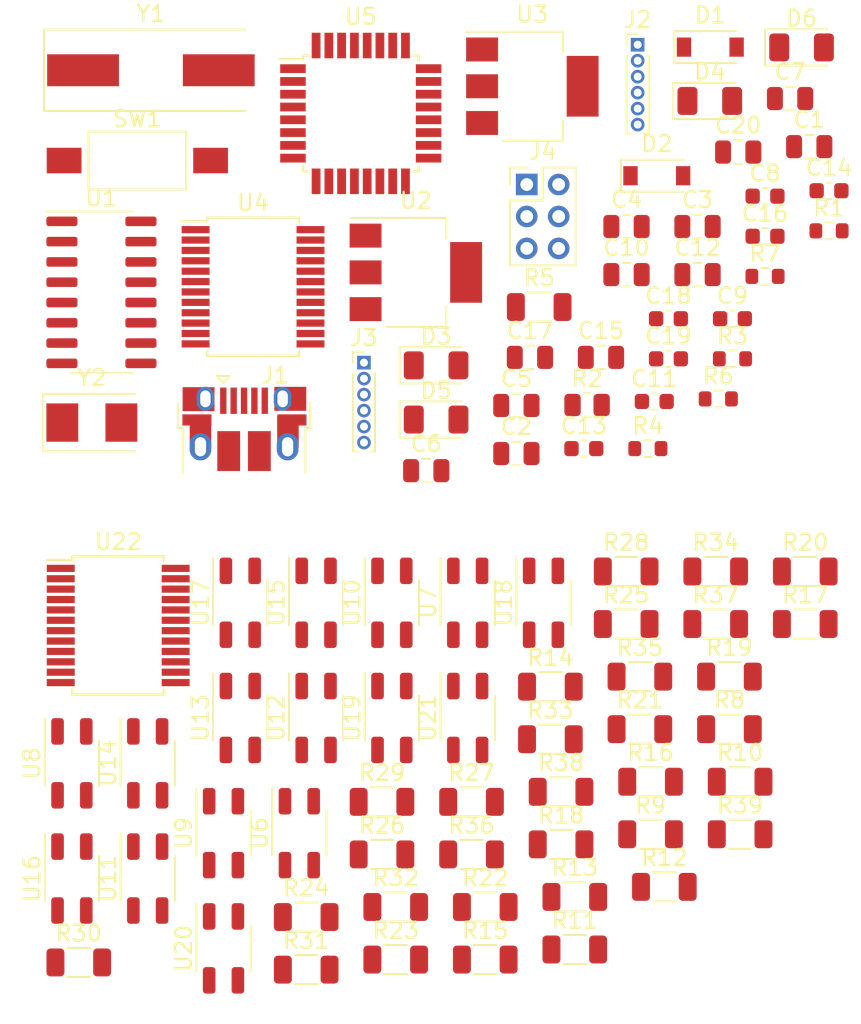
<source format=kicad_pcb>
(kicad_pcb (version 20171130) (host pcbnew 5.1.9-73d0e3b20d~88~ubuntu18.04.1)
  (layers (0 F.Cu signal) (31 B.Cu signal) (34 B.Paste user) (35 F.Paste user) (36 B.SilkS user) (37 F.SilkS user) (38 B.Mask user) (39 F.Mask user) (44 Edge.Cuts user))
  (net 0 "")
  (net 1 GND)
  (net 2 "Net-(C1-Pad1)")
  (net 3 "Net-(C2-Pad1)")
  (net 4 "Net-(C3-Pad1)")
  (net 5 "Net-(C4-Pad1)")
  (net 6 +5V)
  (net 7 +3V3)
  (net 8 VCC)
  (net 9 "Net-(C14-Pad2)")
  (net 10 DTR)
  (net 11 RESET)
  (net 12 XTAL1)
  (net 13 XTAL2)
  (net 14 "Net-(D3-Pad1)")
  (net 15 "Net-(D4-Pad1)")
  (net 16 "Net-(D5-Pad2)")
  (net 17 TX)
  (net 18 "Net-(D6-Pad2)")
  (net 19 "Net-(D6-Pad1)")
  (net 20 "Net-(J1-Pad1)")
  (net 21 USBDM)
  (net 22 USBDP)
  (net 23 "Net-(J1-Pad4)")
  (net 24 ENCA1)
  (net 25 ENCA2)
  (net 26 AO2)
  (net 27 AO1)
  (net 28 BO1)
  (net 29 BO2)
  (net 30 ENCB2)
  (net 31 ENCB1)
  (net 32 D12)
  (net 33 D13)
  (net 34 D11)
  (net 35 RX)
  (net 36 "Net-(R4-Pad2)")
  (net 37 "Net-(R8-Pad1)")
  (net 38 "Net-(R9-Pad1)")
  (net 39 "Net-(R10-Pad1)")
  (net 40 "Net-(R11-Pad1)")
  (net 41 "Net-(R12-Pad1)")
  (net 42 "Net-(R13-Pad1)")
  (net 43 ls0)
  (net 44 ls1)
  (net 45 ls2)
  (net 46 ls3)
  (net 47 ls4)
  (net 48 ls5)
  (net 49 "Net-(R20-Pad1)")
  (net 50 "Net-(R21-Pad1)")
  (net 51 "Net-(R22-Pad1)")
  (net 52 "Net-(R23-Pad1)")
  (net 53 "Net-(R24-Pad1)")
  (net 54 "Net-(R25-Pad1)")
  (net 55 ls7)
  (net 56 ls8)
  (net 57 ls9)
  (net 58 ls10)
  (net 59 ls11)
  (net 60 ls12)
  (net 61 "Net-(R32-Pad1)")
  (net 62 "Net-(R33-Pad1)")
  (net 63 "Net-(R34-Pad1)")
  (net 64 "Net-(R35-Pad1)")
  (net 65 ls14)
  (net 66 ls15)
  (net 67 ls13)
  (net 68 ls6)
  (net 69 "Net-(U1-Pad9)")
  (net 70 "Net-(U1-Pad10)")
  (net 71 "Net-(U1-Pad11)")
  (net 72 "Net-(U1-Pad12)")
  (net 73 "Net-(U1-Pad14)")
  (net 74 "Net-(U1-Pad15)")
  (net 75 PWMA)
  (net 76 AIN2)
  (net 77 AIN1)
  (net 78 BIN1)
  (net 79 BIN2)
  (net 80 PWMB)
  (net 81 "Net-(U5-Pad19)")
  (net 82 "Net-(U5-Pad22)")
  (net 83 MUX_S0)
  (net 84 MUX_S1)
  (net 85 MUX_S2)
  (net 86 MUX_S3)
  (net 87 MUX_COM)
  (module Capacitor_SMD:C_0805_2012Metric (layer F.Cu) (at 68.395001 28.995001)
    (fp_text reference C1 (at 0 -1.68) (layer F.SilkS))
    (fp_text value 30p)
    (pad 2 smd roundrect (at 0.95 0) (size 1 1.45) (layers F.Cu F.Paste F.Mask) (net 1 GND))
    (pad 1 smd roundrect (at -0.95 0) (size 1 1.45) (layers F.Cu F.Paste F.Mask) (net 2 "Net-(C1-Pad1)"))
  )
  (module Capacitor_SMD:C_0805_2012Metric (layer F.Cu) (at 50.045001 48.205001)
    (fp_text reference C2 (at 0 -1.68) (layer F.SilkS))
    (fp_text value 30p)
    (pad 1 smd roundrect (at -0.95 0) (size 1 1.45) (layers F.Cu F.Paste F.Mask) (net 3 "Net-(C2-Pad1)"))
    (pad 2 smd roundrect (at 0.95 0) (size 1 1.45) (layers F.Cu F.Paste F.Mask) (net 1 GND))
  )
  (module Capacitor_SMD:C_0805_2012Metric (layer F.Cu) (at 61.395001 33.995001)
    (fp_text reference C3 (at 0 -1.68) (layer F.SilkS))
    (fp_text value 10u)
    (pad 2 smd roundrect (at 0.95 0) (size 1 1.45) (layers F.Cu F.Paste F.Mask) (net 1 GND))
    (pad 1 smd roundrect (at -0.95 0) (size 1 1.45) (layers F.Cu F.Paste F.Mask) (net 4 "Net-(C3-Pad1)"))
  )
  (module Capacitor_SMD:C_0805_2012Metric (layer F.Cu) (at 56.945001 33.995001)
    (fp_text reference C4 (at 0 -1.68) (layer F.SilkS))
    (fp_text value 10u)
    (pad 2 smd roundrect (at 0.95 0) (size 1 1.45) (layers F.Cu F.Paste F.Mask) (net 1 GND))
    (pad 1 smd roundrect (at -0.95 0) (size 1 1.45) (layers F.Cu F.Paste F.Mask) (net 5 "Net-(C4-Pad1)"))
  )
  (module Capacitor_SMD:C_0805_2012Metric (layer F.Cu) (at 50.045001 45.195001)
    (fp_text reference C5 (at 0 -1.68) (layer F.SilkS))
    (fp_text value 10u)
    (pad 2 smd roundrect (at 0.95 0) (size 1 1.45) (layers F.Cu F.Paste F.Mask) (net 1 GND))
    (pad 1 smd roundrect (at -0.95 0) (size 1 1.45) (layers F.Cu F.Paste F.Mask) (net 6 +5V))
  )
  (module Capacitor_SMD:C_0805_2012Metric (layer F.Cu) (at 44.395001 49.275001)
    (fp_text reference C6 (at 0 -1.68) (layer F.SilkS))
    (fp_text value 10u)
    (pad 1 smd roundrect (at -0.95 0) (size 1 1.45) (layers F.Cu F.Paste F.Mask) (net 6 +5V))
    (pad 2 smd roundrect (at 0.95 0) (size 1 1.45) (layers F.Cu F.Paste F.Mask) (net 1 GND))
  )
  (module Capacitor_SMD:C_0805_2012Metric (layer F.Cu) (at 67.195001 25.985001)
    (fp_text reference C7 (at 0 -1.68) (layer F.SilkS))
    (fp_text value 10u)
    (pad 1 smd roundrect (at -0.95 0) (size 1 1.45) (layers F.Cu F.Paste F.Mask) (net 7 +3V3))
    (pad 2 smd roundrect (at 0.95 0) (size 1 1.45) (layers F.Cu F.Paste F.Mask) (net 1 GND))
  )
  (module Capacitor_SMD:C_0603_1608Metric (layer F.Cu) (at 65.625001 32.095001)
    (fp_text reference C8 (at 0 -1.43) (layer F.SilkS))
    (fp_text value 100n)
    (pad 2 smd roundrect (at 0.775 0) (size 0.9 0.95) (layers F.Cu F.Paste F.Mask) (net 1 GND))
    (pad 1 smd roundrect (at -0.775 0) (size 0.9 0.95) (layers F.Cu F.Paste F.Mask) (net 6 +5V))
  )
  (module Capacitor_SMD:C_0603_1608Metric (layer F.Cu) (at 63.585001 39.765001)
    (fp_text reference C9 (at 0 -1.43) (layer F.SilkS))
    (fp_text value 100n)
    (pad 1 smd roundrect (at -0.775 0) (size 0.9 0.95) (layers F.Cu F.Paste F.Mask) (net 6 +5V))
    (pad 2 smd roundrect (at 0.775 0) (size 0.9 0.95) (layers F.Cu F.Paste F.Mask) (net 1 GND))
  )
  (module Capacitor_SMD:C_0805_2012Metric (layer F.Cu) (at 56.945001 37.005001)
    (fp_text reference C10 (at 0 -1.68) (layer F.SilkS))
    (fp_text value 10u)
    (pad 1 smd roundrect (at -0.95 0) (size 1 1.45) (layers F.Cu F.Paste F.Mask) (net 6 +5V))
    (pad 2 smd roundrect (at 0.95 0) (size 1 1.45) (layers F.Cu F.Paste F.Mask) (net 1 GND))
  )
  (module Capacitor_SMD:C_0603_1608Metric (layer F.Cu) (at 58.685001 44.945001)
    (fp_text reference C11 (at 0 -1.43) (layer F.SilkS))
    (fp_text value 100n)
    (pad 1 smd roundrect (at -0.775 0) (size 0.9 0.95) (layers F.Cu F.Paste F.Mask) (net 6 +5V))
    (pad 2 smd roundrect (at 0.775 0) (size 0.9 0.95) (layers F.Cu F.Paste F.Mask) (net 1 GND))
  )
  (module Capacitor_SMD:C_0805_2012Metric (layer F.Cu) (at 61.395001 37.005001)
    (fp_text reference C12 (at 0 -1.68) (layer F.SilkS))
    (fp_text value 10u)
    (pad 2 smd roundrect (at 0.95 0) (size 1 1.45) (layers F.Cu F.Paste F.Mask) (net 1 GND))
    (pad 1 smd roundrect (at -0.95 0) (size 1 1.45) (layers F.Cu F.Paste F.Mask) (net 8 VCC))
  )
  (module Capacitor_SMD:C_0603_1608Metric (layer F.Cu) (at 54.275001 47.895001)
    (fp_text reference C13 (at 0 -1.43) (layer F.SilkS))
    (fp_text value 100n)
    (pad 1 smd roundrect (at -0.775 0) (size 0.9 0.95) (layers F.Cu F.Paste F.Mask) (net 8 VCC))
    (pad 2 smd roundrect (at 0.775 0) (size 0.9 0.95) (layers F.Cu F.Paste F.Mask) (net 1 GND))
  )
  (module Capacitor_SMD:C_0603_1608Metric (layer F.Cu) (at 69.635001 31.755001)
    (fp_text reference C14 (at 0 -1.43) (layer F.SilkS))
    (fp_text value 100n)
    (pad 1 smd roundrect (at -0.775 0) (size 0.9 0.95) (layers F.Cu F.Paste F.Mask) (net 1 GND))
    (pad 2 smd roundrect (at 0.775 0) (size 0.9 0.95) (layers F.Cu F.Paste F.Mask) (net 9 "Net-(C14-Pad2)"))
  )
  (module Capacitor_SMD:C_0805_2012Metric (layer F.Cu) (at 55.345001 42.185001)
    (fp_text reference C15 (at 0 -1.68) (layer F.SilkS))
    (fp_text value 10u)
    (pad 1 smd roundrect (at -0.95 0) (size 1 1.45) (layers F.Cu F.Paste F.Mask) (net 1 GND))
    (pad 2 smd roundrect (at 0.95 0) (size 1 1.45) (layers F.Cu F.Paste F.Mask) (net 6 +5V))
  )
  (module Capacitor_SMD:C_0603_1608Metric (layer F.Cu) (at 65.625001 34.605001)
    (fp_text reference C16 (at 0 -1.43) (layer F.SilkS))
    (fp_text value 100n)
    (pad 2 smd roundrect (at 0.775 0) (size 0.9 0.95) (layers F.Cu F.Paste F.Mask) (net 10 DTR))
    (pad 1 smd roundrect (at -0.775 0) (size 0.9 0.95) (layers F.Cu F.Paste F.Mask) (net 11 RESET))
  )
  (module Capacitor_SMD:C_0805_2012Metric (layer F.Cu) (at 50.895001 42.185001)
    (fp_text reference C17 (at 0 -1.68) (layer F.SilkS))
    (fp_text value 30p)
    (pad 2 smd roundrect (at 0.95 0) (size 1 1.45) (layers F.Cu F.Paste F.Mask) (net 12 XTAL1))
    (pad 1 smd roundrect (at -0.95 0) (size 1 1.45) (layers F.Cu F.Paste F.Mask) (net 1 GND))
  )
  (module Capacitor_SMD:C_0603_1608Metric (layer F.Cu) (at 59.575001 39.765001)
    (fp_text reference C18 (at 0 -1.43) (layer F.SilkS))
    (fp_text value 100n)
    (pad 2 smd roundrect (at 0.775 0) (size 0.9 0.95) (layers F.Cu F.Paste F.Mask) (net 6 +5V))
    (pad 1 smd roundrect (at -0.775 0) (size 0.9 0.95) (layers F.Cu F.Paste F.Mask) (net 1 GND))
  )
  (module Capacitor_SMD:C_0603_1608Metric (layer F.Cu) (at 59.575001 42.275001)
    (fp_text reference C19 (at 0 -1.43) (layer F.SilkS))
    (fp_text value 100n)
    (pad 2 smd roundrect (at 0.775 0) (size 0.9 0.95) (layers F.Cu F.Paste F.Mask) (net 6 +5V))
    (pad 1 smd roundrect (at -0.775 0) (size 0.9 0.95) (layers F.Cu F.Paste F.Mask) (net 1 GND))
  )
  (module Capacitor_SMD:C_0805_2012Metric (layer F.Cu) (at 63.945001 29.335001)
    (fp_text reference C20 (at 0 -1.68) (layer F.SilkS))
    (fp_text value 30p)
    (pad 1 smd roundrect (at -0.95 0) (size 1 1.45) (layers F.Cu F.Paste F.Mask) (net 1 GND))
    (pad 2 smd roundrect (at 0.95 0) (size 1 1.45) (layers F.Cu F.Paste F.Mask) (net 13 XTAL2))
  )
  (module Diode_SMD:D_SOD-123 (layer F.Cu) (at 62.195001 22.765001)
    (fp_text reference D1 (at 0 -2) (layer F.SilkS))
    (fp_text value B5819W)
    (pad 1 smd rect (at -1.65 0) (size 0.9 1.2) (layers F.Cu F.Paste F.Mask) (net 4 "Net-(C3-Pad1)"))
    (pad 2 smd rect (at 1.65 0) (size 0.9 1.2) (layers F.Cu F.Paste F.Mask) (net 8 VCC))
  )
  (module Diode_SMD:D_SOD-123 (layer F.Cu) (at 58.845001 30.815001)
    (fp_text reference D2 (at 0 -2) (layer F.SilkS))
    (fp_text value B5819W)
    (pad 2 smd rect (at 1.65 0) (size 0.9 1.2) (layers F.Cu F.Paste F.Mask) (net 8 VCC))
    (pad 1 smd rect (at -1.65 0) (size 0.9 1.2) (layers F.Cu F.Paste F.Mask) (net 5 "Net-(C4-Pad1)"))
  )
  (module LED_SMD:LED_1206_3216Metric (layer F.Cu) (at 45.015001 42.685001)
    (fp_text reference D3 (at 0 -1.82) (layer F.SilkS))
    (fp_text value Red)
    (pad 1 smd roundrect (at -1.4 0) (size 1.25 1.75) (layers F.Cu F.Paste F.Mask) (roundrect_rratio 0.2) (net 14 "Net-(D3-Pad1)"))
    (pad 2 smd roundrect (at 1.4 0) (size 1.25 1.75) (layers F.Cu F.Paste F.Mask) (roundrect_rratio 0.2) (net 6 +5V))
  )
  (module LED_SMD:LED_1206_3216Metric (layer F.Cu) (at 62.165001 26.135001)
    (fp_text reference D4 (at 0 -1.82) (layer F.SilkS))
    (fp_text value Red)
    (pad 1 smd roundrect (at -1.4 0) (size 1.25 1.75) (layers F.Cu F.Paste F.Mask) (roundrect_rratio 0.2) (net 15 "Net-(D4-Pad1)"))
    (pad 2 smd roundrect (at 1.4 0) (size 1.25 1.75) (layers F.Cu F.Paste F.Mask) (roundrect_rratio 0.2) (net 7 +3V3))
  )
  (module LED_SMD:LED_1206_3216Metric (layer F.Cu) (at 45.015001 46.075001)
    (fp_text reference D5 (at 0 -1.82) (layer F.SilkS))
    (fp_text value Red)
    (pad 2 smd roundrect (at 1.4 0) (size 1.25 1.75) (layers F.Cu F.Paste F.Mask) (roundrect_rratio 0.2) (net 16 "Net-(D5-Pad2)"))
    (pad 1 smd roundrect (at -1.4 0) (size 1.25 1.75) (layers F.Cu F.Paste F.Mask) (roundrect_rratio 0.2) (net 17 TX))
  )
  (module LED_SMD:LED_1206_3216Metric (layer F.Cu) (at 67.915001 22.785001)
    (fp_text reference D6 (at 0 -1.82) (layer F.SilkS))
    (fp_text value Red)
    (pad 2 smd roundrect (at 1.4 0) (size 1.25 1.75) (layers F.Cu F.Paste F.Mask) (roundrect_rratio 0.2) (net 18 "Net-(D6-Pad2)"))
    (pad 1 smd roundrect (at -1.4 0) (size 1.25 1.75) (layers F.Cu F.Paste F.Mask) (roundrect_rratio 0.2) (net 19 "Net-(D6-Pad1)"))
  )
  (module Connector_USB:USB_Micro-B_Amphenol_10103594-0001LF_Horizontal (layer F.Cu) (at 33.005001 46.665001)
    (fp_text reference J1 (at 1.925 -3.365) (layer F.SilkS))
    (fp_text value USB_B_Micro)
    (pad 6 smd rect (at 2.725 0.185) (size 1.35 2) (layers F.Cu F.Paste F.Mask) (net 1 GND))
    (pad 6 smd rect (at -2.755 0.185) (size 1.35 2) (layers F.Cu F.Paste F.Mask) (net 1 GND))
    (pad 6 smd rect (at -2.975 -0.565) (size 1.825 0.7) (layers F.Cu F.Paste F.Mask) (net 1 GND))
    (pad 6 smd rect (at 2.975 -0.565) (size 1.825 0.7) (layers F.Cu F.Paste F.Mask) (net 1 GND))
    (pad 6 smd rect (at -2.875 -1.865) (size 2 1.5) (layers F.Cu F.Paste F.Mask) (net 1 GND))
    (pad 6 smd rect (at 2.875 -1.885) (size 2 1.5) (layers F.Cu F.Paste F.Mask) (net 1 GND))
    (pad 1 smd rect (at -1.325 -1.765 90) (size 1.65 0.4) (layers F.Cu F.Paste F.Mask) (net 20 "Net-(J1-Pad1)"))
    (pad 2 smd rect (at -0.675 -1.765 90) (size 1.65 0.4) (layers F.Cu F.Paste F.Mask) (net 21 USBDM))
    (pad 3 smd rect (at -0.025 -1.765 90) (size 1.65 0.4) (layers F.Cu F.Paste F.Mask) (net 22 USBDP))
    (pad 4 smd rect (at 0.625 -1.765 90) (size 1.65 0.4) (layers F.Cu F.Paste F.Mask) (net 23 "Net-(J1-Pad4)"))
    (pad 5 smd rect (at 1.275 -1.765 90) (size 1.65 0.4) (layers F.Cu F.Paste F.Mask) (net 1 GND))
    (pad 6 thru_hole oval (at -2.445 -1.885 90) (size 1.5 1.1) (drill oval 1.05 0.65) (layers *.Cu *.Mask) (net 1 GND))
    (pad 6 thru_hole oval (at 2.395 -1.885 90) (size 1.5 1.1) (drill oval 1.05 0.65) (layers *.Cu *.Mask) (net 1 GND))
    (pad 6 thru_hole oval (at -2.755 1.115 90) (size 1.7 1.35) (drill oval 1.2 0.7) (layers *.Cu *.Mask) (net 1 GND))
    (pad 6 thru_hole oval (at 2.705 1.115 90) (size 1.7 1.35) (drill oval 1.2 0.7) (layers *.Cu *.Mask) (net 1 GND))
    (pad 6 smd rect (at -0.985 1.385 90) (size 2.5 1.43) (layers F.Cu F.Paste F.Mask) (net 1 GND))
    (pad 6 smd rect (at 0.935 1.385 90) (size 2.5 1.43) (layers F.Cu F.Paste F.Mask) (net 1 GND))
  )
  (module Connector_PinHeader_1.00mm:PinHeader_1x06_P1.00mm_Vertical (layer F.Cu) (at 57.645001 22.615001)
    (fp_text reference J2 (at 0 -1.56) (layer F.SilkS))
    (fp_text value Conn_MotorA)
    (pad 1 thru_hole rect (at 0 0) (size 0.85 0.85) (drill 0.5) (layers *.Cu *.Mask) (net 1 GND))
    (pad 2 thru_hole oval (at 0 1) (size 0.85 0.85) (drill 0.5) (layers *.Cu *.Mask) (net 24 ENCA1))
    (pad 3 thru_hole oval (at 0 2) (size 0.85 0.85) (drill 0.5) (layers *.Cu *.Mask) (net 25 ENCA2))
    (pad 4 thru_hole oval (at 0 3) (size 0.85 0.85) (drill 0.5) (layers *.Cu *.Mask) (net 6 +5V))
    (pad 5 thru_hole oval (at 0 4) (size 0.85 0.85) (drill 0.5) (layers *.Cu *.Mask) (net 26 AO2))
    (pad 6 thru_hole oval (at 0 5) (size 0.85 0.85) (drill 0.5) (layers *.Cu *.Mask) (net 27 AO1))
  )
  (module Connector_PinHeader_1.00mm:PinHeader_1x06_P1.00mm_Vertical (layer F.Cu) (at 40.495001 42.515001)
    (fp_text reference J3 (at 0 -1.56) (layer F.SilkS))
    (fp_text value Conn_MotorB)
    (pad 6 thru_hole oval (at 0 5) (size 0.85 0.85) (drill 0.5) (layers *.Cu *.Mask) (net 28 BO1))
    (pad 5 thru_hole oval (at 0 4) (size 0.85 0.85) (drill 0.5) (layers *.Cu *.Mask) (net 29 BO2))
    (pad 4 thru_hole oval (at 0 3) (size 0.85 0.85) (drill 0.5) (layers *.Cu *.Mask) (net 6 +5V))
    (pad 3 thru_hole oval (at 0 2) (size 0.85 0.85) (drill 0.5) (layers *.Cu *.Mask) (net 30 ENCB2))
    (pad 2 thru_hole oval (at 0 1) (size 0.85 0.85) (drill 0.5) (layers *.Cu *.Mask) (net 31 ENCB1))
    (pad 1 thru_hole rect (at 0 0) (size 0.85 0.85) (drill 0.5) (layers *.Cu *.Mask) (net 1 GND))
  )
  (module Connector_PinHeader_2.00mm:PinHeader_2x03_P2.00mm_Vertical (layer F.Cu) (at 50.695001 31.365001)
    (fp_text reference J4 (at 1 -2.06) (layer F.SilkS))
    (fp_text value ICSP)
    (pad 1 thru_hole rect (at 0 0) (size 1.35 1.35) (drill 0.8) (layers *.Cu *.Mask) (net 32 D12))
    (pad 2 thru_hole oval (at 2 0) (size 1.35 1.35) (drill 0.8) (layers *.Cu *.Mask) (net 6 +5V))
    (pad 3 thru_hole oval (at 0 2) (size 1.35 1.35) (drill 0.8) (layers *.Cu *.Mask) (net 33 D13))
    (pad 4 thru_hole oval (at 2 2) (size 1.35 1.35) (drill 0.8) (layers *.Cu *.Mask) (net 34 D11))
    (pad 5 thru_hole oval (at 0 4) (size 1.35 1.35) (drill 0.8) (layers *.Cu *.Mask) (net 11 RESET))
    (pad 6 thru_hole oval (at 2 4) (size 1.35 1.35) (drill 0.8) (layers *.Cu *.Mask) (net 1 GND))
  )
  (module Resistor_SMD:R_0603_1608Metric (layer F.Cu) (at 69.635001 34.265001)
    (fp_text reference R1 (at 0 -1.43) (layer F.SilkS))
    (fp_text value 120)
    (pad 1 smd roundrect (at -0.825 0) (size 0.8 0.95) (layers F.Cu F.Paste F.Mask) (net 14 "Net-(D3-Pad1)"))
    (pad 2 smd roundrect (at 0.825 0) (size 0.8 0.95) (layers F.Cu F.Paste F.Mask) (net 1 GND))
  )
  (module Resistor_SMD:R_0805_2012Metric (layer F.Cu) (at 54.475001 45.165001)
    (fp_text reference R2 (at 0 -1.65) (layer F.SilkS))
    (fp_text value 51)
    (pad 1 smd roundrect (at -0.9125 0) (size 1.025 1.4) (layers F.Cu F.Paste F.Mask) (roundrect_rratio 0.243902) (net 15 "Net-(D4-Pad1)"))
    (pad 2 smd roundrect (at 0.9125 0) (size 1.025 1.4) (layers F.Cu F.Paste F.Mask) (roundrect_rratio 0.243902) (net 1 GND))
  )
  (module Resistor_SMD:R_0603_1608Metric (layer F.Cu) (at 63.585001 42.275001)
    (fp_text reference R3 (at 0 -1.43) (layer F.SilkS))
    (fp_text value 1k)
    (pad 2 smd roundrect (at 0.825 0) (size 0.8 0.95) (layers F.Cu F.Paste F.Mask) (net 19 "Net-(D6-Pad1)"))
    (pad 1 smd roundrect (at -0.825 0) (size 0.8 0.95) (layers F.Cu F.Paste F.Mask) (net 35 RX))
  )
  (module Resistor_SMD:R_0603_1608Metric (layer F.Cu) (at 58.285001 47.895001)
    (fp_text reference R4 (at 0 -1.43) (layer F.SilkS))
    (fp_text value 1k)
    (pad 1 smd roundrect (at -0.825 0) (size 0.8 0.95) (layers F.Cu F.Paste F.Mask) (net 17 TX))
    (pad 2 smd roundrect (at 0.825 0) (size 0.8 0.95) (layers F.Cu F.Paste F.Mask) (net 36 "Net-(R4-Pad2)"))
  )
  (module Resistor_SMD:R_1206_3216Metric (layer F.Cu) (at 51.475001 39.035001)
    (fp_text reference R5 (at 0 -1.82) (layer F.SilkS))
    (fp_text value 10k)
    (pad 2 smd roundrect (at 1.4625 0) (size 1.125 1.75) (layers F.Cu F.Paste F.Mask) (roundrect_rratio 0.222222) (net 11 RESET))
    (pad 1 smd roundrect (at -1.4625 0) (size 1.125 1.75) (layers F.Cu F.Paste F.Mask) (roundrect_rratio 0.222222) (net 6 +5V))
  )
  (module Resistor_SMD:R_0603_1608Metric (layer F.Cu) (at 62.695001 44.785001)
    (fp_text reference R6 (at 0 -1.43) (layer F.SilkS))
    (fp_text value 120)
    (pad 1 smd roundrect (at -0.825 0) (size 0.8 0.95) (layers F.Cu F.Paste F.Mask) (net 6 +5V))
    (pad 2 smd roundrect (at 0.825 0) (size 0.8 0.95) (layers F.Cu F.Paste F.Mask) (net 16 "Net-(D5-Pad2)"))
  )
  (module Resistor_SMD:R_0603_1608Metric (layer F.Cu) (at 65.625001 37.115001)
    (fp_text reference R7 (at 0 -1.43) (layer F.SilkS))
    (fp_text value 120)
    (pad 2 smd roundrect (at 0.825 0) (size 0.8 0.95) (layers F.Cu F.Paste F.Mask) (net 18 "Net-(D6-Pad2)"))
    (pad 1 smd roundrect (at -0.825 0) (size 0.8 0.95) (layers F.Cu F.Paste F.Mask) (net 6 +5V))
  )
  (module Resistor_SMD:R_1206_3216Metric (layer F.Cu) (at 63.395001 65.455001)
    (fp_text reference R8 (at 0 -1.82) (layer F.SilkS))
    (fp_text value 100)
    (pad 1 smd roundrect (at -1.4625 0) (size 1.125 1.75) (layers F.Cu F.Paste F.Mask) (roundrect_rratio 0.222222) (net 37 "Net-(R8-Pad1)"))
    (pad 2 smd roundrect (at 1.4625 0) (size 1.125 1.75) (layers F.Cu F.Paste F.Mask) (roundrect_rratio 0.222222) (net 6 +5V))
  )
  (module Resistor_SMD:R_1206_3216Metric (layer F.Cu) (at 58.455001 72.035001)
    (fp_text reference R9 (at 0 -1.82) (layer F.SilkS))
    (fp_text value 100)
    (pad 2 smd roundrect (at 1.4625 0) (size 1.125 1.75) (layers F.Cu F.Paste F.Mask) (roundrect_rratio 0.222222) (net 6 +5V))
    (pad 1 smd roundrect (at -1.4625 0) (size 1.125 1.75) (layers F.Cu F.Paste F.Mask) (roundrect_rratio 0.222222) (net 38 "Net-(R9-Pad1)"))
  )
  (module Resistor_SMD:R_1206_3216Metric (layer F.Cu) (at 64.065001 68.745001)
    (fp_text reference R10 (at 0 -1.82) (layer F.SilkS))
    (fp_text value 100)
    (pad 2 smd roundrect (at 1.4625 0) (size 1.125 1.75) (layers F.Cu F.Paste F.Mask) (roundrect_rratio 0.222222) (net 6 +5V))
    (pad 1 smd roundrect (at -1.4625 0) (size 1.125 1.75) (layers F.Cu F.Paste F.Mask) (roundrect_rratio 0.222222) (net 39 "Net-(R10-Pad1)"))
  )
  (module Resistor_SMD:R_1206_3216Metric (layer F.Cu) (at 53.705001 79.245001)
    (fp_text reference R11 (at 0 -1.82) (layer F.SilkS))
    (fp_text value 100)
    (pad 1 smd roundrect (at -1.4625 0) (size 1.125 1.75) (layers F.Cu F.Paste F.Mask) (roundrect_rratio 0.222222) (net 40 "Net-(R11-Pad1)"))
    (pad 2 smd roundrect (at 1.4625 0) (size 1.125 1.75) (layers F.Cu F.Paste F.Mask) (roundrect_rratio 0.222222) (net 6 +5V))
  )
  (module Resistor_SMD:R_1206_3216Metric (layer F.Cu) (at 59.315001 75.325001)
    (fp_text reference R12 (at 0 -1.82) (layer F.SilkS))
    (fp_text value 100)
    (pad 1 smd roundrect (at -1.4625 0) (size 1.125 1.75) (layers F.Cu F.Paste F.Mask) (roundrect_rratio 0.222222) (net 41 "Net-(R12-Pad1)"))
    (pad 2 smd roundrect (at 1.4625 0) (size 1.125 1.75) (layers F.Cu F.Paste F.Mask) (roundrect_rratio 0.222222) (net 6 +5V))
  )
  (module Resistor_SMD:R_1206_3216Metric (layer F.Cu) (at 53.705001 75.955001)
    (fp_text reference R13 (at 0 -1.82) (layer F.SilkS))
    (fp_text value 100)
    (pad 2 smd roundrect (at 1.4625 0) (size 1.125 1.75) (layers F.Cu F.Paste F.Mask) (roundrect_rratio 0.222222) (net 6 +5V))
    (pad 1 smd roundrect (at -1.4625 0) (size 1.125 1.75) (layers F.Cu F.Paste F.Mask) (roundrect_rratio 0.222222) (net 42 "Net-(R13-Pad1)"))
  )
  (module Resistor_SMD:R_1206_3216Metric (layer F.Cu) (at 52.175001 62.795001)
    (fp_text reference R14 (at 0 -1.82) (layer F.SilkS))
    (fp_text value 10k)
    (pad 1 smd roundrect (at -1.4625 0) (size 1.125 1.75) (layers F.Cu F.Paste F.Mask) (roundrect_rratio 0.222222) (net 6 +5V))
    (pad 2 smd roundrect (at 1.4625 0) (size 1.125 1.75) (layers F.Cu F.Paste F.Mask) (roundrect_rratio 0.222222) (net 43 ls0))
  )
  (module Resistor_SMD:R_1206_3216Metric (layer F.Cu) (at 48.095001 79.875001)
    (fp_text reference R15 (at 0 -1.82) (layer F.SilkS))
    (fp_text value 10k)
    (pad 1 smd roundrect (at -1.4625 0) (size 1.125 1.75) (layers F.Cu F.Paste F.Mask) (roundrect_rratio 0.222222) (net 6 +5V))
    (pad 2 smd roundrect (at 1.4625 0) (size 1.125 1.75) (layers F.Cu F.Paste F.Mask) (roundrect_rratio 0.222222) (net 44 ls1))
  )
  (module Resistor_SMD:R_1206_3216Metric (layer F.Cu) (at 58.455001 68.745001)
    (fp_text reference R16 (at 0 -1.82) (layer F.SilkS))
    (fp_text value 10k)
    (pad 1 smd roundrect (at -1.4625 0) (size 1.125 1.75) (layers F.Cu F.Paste F.Mask) (roundrect_rratio 0.222222) (net 6 +5V))
    (pad 2 smd roundrect (at 1.4625 0) (size 1.125 1.75) (layers F.Cu F.Paste F.Mask) (roundrect_rratio 0.222222) (net 45 ls2))
  )
  (module Resistor_SMD:R_1206_3216Metric (layer F.Cu) (at 68.145001 58.875001)
    (fp_text reference R17 (at 0 -1.82) (layer F.SilkS))
    (fp_text value 10k)
    (pad 2 smd roundrect (at 1.4625 0) (size 1.125 1.75) (layers F.Cu F.Paste F.Mask) (roundrect_rratio 0.222222) (net 46 ls3))
    (pad 1 smd roundrect (at -1.4625 0) (size 1.125 1.75) (layers F.Cu F.Paste F.Mask) (roundrect_rratio 0.222222) (net 6 +5V))
  )
  (module Resistor_SMD:R_1206_3216Metric (layer F.Cu) (at 52.845001 72.665001)
    (fp_text reference R18 (at 0 -1.82) (layer F.SilkS))
    (fp_text value 10k)
    (pad 2 smd roundrect (at 1.4625 0) (size 1.125 1.75) (layers F.Cu F.Paste F.Mask) (roundrect_rratio 0.222222) (net 47 ls4))
    (pad 1 smd roundrect (at -1.4625 0) (size 1.125 1.75) (layers F.Cu F.Paste F.Mask) (roundrect_rratio 0.222222) (net 6 +5V))
  )
  (module Resistor_SMD:R_1206_3216Metric (layer F.Cu) (at 63.395001 62.165001)
    (fp_text reference R19 (at 0 -1.82) (layer F.SilkS))
    (fp_text value 10k)
    (pad 1 smd roundrect (at -1.4625 0) (size 1.125 1.75) (layers F.Cu F.Paste F.Mask) (roundrect_rratio 0.222222) (net 6 +5V))
    (pad 2 smd roundrect (at 1.4625 0) (size 1.125 1.75) (layers F.Cu F.Paste F.Mask) (roundrect_rratio 0.222222) (net 48 ls5))
  )
  (module Resistor_SMD:R_1206_3216Metric (layer F.Cu) (at 68.145001 55.585001)
    (fp_text reference R20 (at 0 -1.82) (layer F.SilkS))
    (fp_text value 100)
    (pad 1 smd roundrect (at -1.4625 0) (size 1.125 1.75) (layers F.Cu F.Paste F.Mask) (roundrect_rratio 0.222222) (net 49 "Net-(R20-Pad1)"))
    (pad 2 smd roundrect (at 1.4625 0) (size 1.125 1.75) (layers F.Cu F.Paste F.Mask) (roundrect_rratio 0.222222) (net 6 +5V))
  )
  (module Resistor_SMD:R_1206_3216Metric (layer F.Cu) (at 57.785001 65.455001)
    (fp_text reference R21 (at 0 -1.82) (layer F.SilkS))
    (fp_text value 100)
    (pad 1 smd roundrect (at -1.4625 0) (size 1.125 1.75) (layers F.Cu F.Paste F.Mask) (roundrect_rratio 0.222222) (net 50 "Net-(R21-Pad1)"))
    (pad 2 smd roundrect (at 1.4625 0) (size 1.125 1.75) (layers F.Cu F.Paste F.Mask) (roundrect_rratio 0.222222) (net 6 +5V))
  )
  (module Resistor_SMD:R_1206_3216Metric (layer F.Cu) (at 48.095001 76.585001)
    (fp_text reference R22 (at 0 -1.82) (layer F.SilkS))
    (fp_text value 100)
    (pad 2 smd roundrect (at 1.4625 0) (size 1.125 1.75) (layers F.Cu F.Paste F.Mask) (roundrect_rratio 0.222222) (net 6 +5V))
    (pad 1 smd roundrect (at -1.4625 0) (size 1.125 1.75) (layers F.Cu F.Paste F.Mask) (roundrect_rratio 0.222222) (net 51 "Net-(R22-Pad1)"))
  )
  (module Resistor_SMD:R_1206_3216Metric (layer F.Cu) (at 42.485001 79.875001)
    (fp_text reference R23 (at 0 -1.82) (layer F.SilkS))
    (fp_text value 100)
    (pad 2 smd roundrect (at 1.4625 0) (size 1.125 1.75) (layers F.Cu F.Paste F.Mask) (roundrect_rratio 0.222222) (net 6 +5V))
    (pad 1 smd roundrect (at -1.4625 0) (size 1.125 1.75) (layers F.Cu F.Paste F.Mask) (roundrect_rratio 0.222222) (net 52 "Net-(R23-Pad1)"))
  )
  (module Resistor_SMD:R_1206_3216Metric (layer F.Cu) (at 36.875001 77.215001)
    (fp_text reference R24 (at 0 -1.82) (layer F.SilkS))
    (fp_text value 100)
    (pad 2 smd roundrect (at 1.4625 0) (size 1.125 1.75) (layers F.Cu F.Paste F.Mask) (roundrect_rratio 0.222222) (net 6 +5V))
    (pad 1 smd roundrect (at -1.4625 0) (size 1.125 1.75) (layers F.Cu F.Paste F.Mask) (roundrect_rratio 0.222222) (net 53 "Net-(R24-Pad1)"))
  )
  (module Resistor_SMD:R_1206_3216Metric (layer F.Cu) (at 56.925001 58.875001)
    (fp_text reference R25 (at 0 -1.82) (layer F.SilkS))
    (fp_text value 100)
    (pad 2 smd roundrect (at 1.4625 0) (size 1.125 1.75) (layers F.Cu F.Paste F.Mask) (roundrect_rratio 0.222222) (net 6 +5V))
    (pad 1 smd roundrect (at -1.4625 0) (size 1.125 1.75) (layers F.Cu F.Paste F.Mask) (roundrect_rratio 0.222222) (net 54 "Net-(R25-Pad1)"))
  )
  (module Resistor_SMD:R_1206_3216Metric (layer F.Cu) (at 41.625001 73.295001)
    (fp_text reference R26 (at 0 -1.82) (layer F.SilkS))
    (fp_text value 10k)
    (pad 2 smd roundrect (at 1.4625 0) (size 1.125 1.75) (layers F.Cu F.Paste F.Mask) (roundrect_rratio 0.222222) (net 55 ls7))
    (pad 1 smd roundrect (at -1.4625 0) (size 1.125 1.75) (layers F.Cu F.Paste F.Mask) (roundrect_rratio 0.222222) (net 6 +5V))
  )
  (module Resistor_SMD:R_1206_3216Metric (layer F.Cu) (at 47.235001 70.005001)
    (fp_text reference R27 (at 0 -1.82) (layer F.SilkS))
    (fp_text value 10k)
    (pad 2 smd roundrect (at 1.4625 0) (size 1.125 1.75) (layers F.Cu F.Paste F.Mask) (roundrect_rratio 0.222222) (net 56 ls8))
    (pad 1 smd roundrect (at -1.4625 0) (size 1.125 1.75) (layers F.Cu F.Paste F.Mask) (roundrect_rratio 0.222222) (net 6 +5V))
  )
  (module Resistor_SMD:R_1206_3216Metric (layer F.Cu) (at 56.925001 55.585001)
    (fp_text reference R28 (at 0 -1.82) (layer F.SilkS))
    (fp_text value 10k)
    (pad 1 smd roundrect (at -1.4625 0) (size 1.125 1.75) (layers F.Cu F.Paste F.Mask) (roundrect_rratio 0.222222) (net 6 +5V))
    (pad 2 smd roundrect (at 1.4625 0) (size 1.125 1.75) (layers F.Cu F.Paste F.Mask) (roundrect_rratio 0.222222) (net 57 ls9))
  )
  (module Resistor_SMD:R_1206_3216Metric (layer F.Cu) (at 41.625001 70.005001)
    (fp_text reference R29 (at 0 -1.82) (layer F.SilkS))
    (fp_text value 10k)
    (pad 1 smd roundrect (at -1.4625 0) (size 1.125 1.75) (layers F.Cu F.Paste F.Mask) (roundrect_rratio 0.222222) (net 6 +5V))
    (pad 2 smd roundrect (at 1.4625 0) (size 1.125 1.75) (layers F.Cu F.Paste F.Mask) (roundrect_rratio 0.222222) (net 58 ls10))
  )
  (module Resistor_SMD:R_1206_3216Metric (layer F.Cu) (at 22.625001 80.055001)
    (fp_text reference R30 (at 0 -1.82) (layer F.SilkS))
    (fp_text value 10k)
    (pad 1 smd roundrect (at -1.4625 0) (size 1.125 1.75) (layers F.Cu F.Paste F.Mask) (roundrect_rratio 0.222222) (net 6 +5V))
    (pad 2 smd roundrect (at 1.4625 0) (size 1.125 1.75) (layers F.Cu F.Paste F.Mask) (roundrect_rratio 0.222222) (net 59 ls11))
  )
  (module Resistor_SMD:R_1206_3216Metric (layer F.Cu) (at 36.875001 80.505001)
    (fp_text reference R31 (at 0 -1.82) (layer F.SilkS))
    (fp_text value 10k)
    (pad 1 smd roundrect (at -1.4625 0) (size 1.125 1.75) (layers F.Cu F.Paste F.Mask) (roundrect_rratio 0.222222) (net 6 +5V))
    (pad 2 smd roundrect (at 1.4625 0) (size 1.125 1.75) (layers F.Cu F.Paste F.Mask) (roundrect_rratio 0.222222) (net 60 ls12))
  )
  (module Resistor_SMD:R_1206_3216Metric (layer F.Cu) (at 42.485001 76.585001)
    (fp_text reference R32 (at 0 -1.82) (layer F.SilkS))
    (fp_text value 100)
    (pad 2 smd roundrect (at 1.4625 0) (size 1.125 1.75) (layers F.Cu F.Paste F.Mask) (roundrect_rratio 0.222222) (net 6 +5V))
    (pad 1 smd roundrect (at -1.4625 0) (size 1.125 1.75) (layers F.Cu F.Paste F.Mask) (roundrect_rratio 0.222222) (net 61 "Net-(R32-Pad1)"))
  )
  (module Resistor_SMD:R_1206_3216Metric (layer F.Cu) (at 52.175001 66.085001)
    (fp_text reference R33 (at 0 -1.82) (layer F.SilkS))
    (fp_text value 100)
    (pad 1 smd roundrect (at -1.4625 0) (size 1.125 1.75) (layers F.Cu F.Paste F.Mask) (roundrect_rratio 0.222222) (net 62 "Net-(R33-Pad1)"))
    (pad 2 smd roundrect (at 1.4625 0) (size 1.125 1.75) (layers F.Cu F.Paste F.Mask) (roundrect_rratio 0.222222) (net 6 +5V))
  )
  (module Resistor_SMD:R_1206_3216Metric (layer F.Cu) (at 62.535001 55.585001)
    (fp_text reference R34 (at 0 -1.82) (layer F.SilkS))
    (fp_text value 100)
    (pad 2 smd roundrect (at 1.4625 0) (size 1.125 1.75) (layers F.Cu F.Paste F.Mask) (roundrect_rratio 0.222222) (net 6 +5V))
    (pad 1 smd roundrect (at -1.4625 0) (size 1.125 1.75) (layers F.Cu F.Paste F.Mask) (roundrect_rratio 0.222222) (net 63 "Net-(R34-Pad1)"))
  )
  (module Resistor_SMD:R_1206_3216Metric (layer F.Cu) (at 57.785001 62.165001)
    (fp_text reference R35 (at 0 -1.82) (layer F.SilkS))
    (fp_text value 100)
    (pad 1 smd roundrect (at -1.4625 0) (size 1.125 1.75) (layers F.Cu F.Paste F.Mask) (roundrect_rratio 0.222222) (net 64 "Net-(R35-Pad1)"))
    (pad 2 smd roundrect (at 1.4625 0) (size 1.125 1.75) (layers F.Cu F.Paste F.Mask) (roundrect_rratio 0.222222) (net 6 +5V))
  )
  (module Resistor_SMD:R_1206_3216Metric (layer F.Cu) (at 47.235001 73.295001)
    (fp_text reference R36 (at 0 -1.82) (layer F.SilkS))
    (fp_text value 10k)
    (pad 2 smd roundrect (at 1.4625 0) (size 1.125 1.75) (layers F.Cu F.Paste F.Mask) (roundrect_rratio 0.222222) (net 65 ls14))
    (pad 1 smd roundrect (at -1.4625 0) (size 1.125 1.75) (layers F.Cu F.Paste F.Mask) (roundrect_rratio 0.222222) (net 6 +5V))
  )
  (module Resistor_SMD:R_1206_3216Metric (layer F.Cu) (at 62.535001 58.875001)
    (fp_text reference R37 (at 0 -1.82) (layer F.SilkS))
    (fp_text value 10k)
    (pad 2 smd roundrect (at 1.4625 0) (size 1.125 1.75) (layers F.Cu F.Paste F.Mask) (roundrect_rratio 0.222222) (net 66 ls15))
    (pad 1 smd roundrect (at -1.4625 0) (size 1.125 1.75) (layers F.Cu F.Paste F.Mask) (roundrect_rratio 0.222222) (net 6 +5V))
  )
  (module Resistor_SMD:R_1206_3216Metric (layer F.Cu) (at 52.845001 69.375001)
    (fp_text reference R38 (at 0 -1.82) (layer F.SilkS))
    (fp_text value 10k)
    (pad 1 smd roundrect (at -1.4625 0) (size 1.125 1.75) (layers F.Cu F.Paste F.Mask) (roundrect_rratio 0.222222) (net 6 +5V))
    (pad 2 smd roundrect (at 1.4625 0) (size 1.125 1.75) (layers F.Cu F.Paste F.Mask) (roundrect_rratio 0.222222) (net 67 ls13))
  )
  (module Resistor_SMD:R_1206_3216Metric (layer F.Cu) (at 64.065001 72.035001)
    (fp_text reference R39 (at 0 -1.82) (layer F.SilkS))
    (fp_text value 10k)
    (pad 1 smd roundrect (at -1.4625 0) (size 1.125 1.75) (layers F.Cu F.Paste F.Mask) (roundrect_rratio 0.222222) (net 6 +5V))
    (pad 2 smd roundrect (at 1.4625 0) (size 1.125 1.75) (layers F.Cu F.Paste F.Mask) (roundrect_rratio 0.222222) (net 68 ls6))
  )
  (module Button_Switch_SMD:SW_SPST_FSMSM (layer F.Cu) (at 26.295001 29.865001)
    (fp_text reference SW1 (at 0 -2.6) (layer F.SilkS))
    (fp_text value SW_Push)
    (pad 1 smd rect (at -4.59 0) (size 2.18 1.6) (layers F.Cu F.Paste F.Mask) (net 11 RESET))
    (pad 2 smd rect (at 4.59 0) (size 2.18 1.6) (layers F.Cu F.Paste F.Mask) (net 1 GND))
  )
  (module Package_SO:SOIC-16_3.9x9.9mm_P1.27mm (layer F.Cu) (at 24.045001 38.115001)
    (fp_text reference U1 (at 0 -5.9) (layer F.SilkS))
    (fp_text value CH340G)
    (pad 1 smd roundrect (at -2.475 -4.445) (size 1.95 0.6) (layers F.Cu F.Paste F.Mask) (net 1 GND))
    (pad 2 smd roundrect (at -2.475 -3.175) (size 1.95 0.6) (layers F.Cu F.Paste F.Mask) (net 17 TX))
    (pad 3 smd roundrect (at -2.475 -1.905) (size 1.95 0.6) (layers F.Cu F.Paste F.Mask) (net 35 RX))
    (pad 4 smd roundrect (at -2.475 -0.635) (size 1.95 0.6) (layers F.Cu F.Paste F.Mask) (net 6 +5V))
    (pad 5 smd roundrect (at -2.475 0.635) (size 1.95 0.6) (layers F.Cu F.Paste F.Mask) (net 22 USBDP))
    (pad 6 smd roundrect (at -2.475 1.905) (size 1.95 0.6) (layers F.Cu F.Paste F.Mask) (net 21 USBDM))
    (pad 7 smd roundrect (at -2.475 3.175) (size 1.95 0.6) (layers F.Cu F.Paste F.Mask) (net 2 "Net-(C1-Pad1)"))
    (pad 8 smd roundrect (at -2.475 4.445) (size 1.95 0.6) (layers F.Cu F.Paste F.Mask) (net 3 "Net-(C2-Pad1)"))
    (pad 9 smd roundrect (at 2.475 4.445) (size 1.95 0.6) (layers F.Cu F.Paste F.Mask) (net 69 "Net-(U1-Pad9)"))
    (pad 10 smd roundrect (at 2.475 3.175) (size 1.95 0.6) (layers F.Cu F.Paste F.Mask) (net 70 "Net-(U1-Pad10)"))
    (pad 11 smd roundrect (at 2.475 1.905) (size 1.95 0.6) (layers F.Cu F.Paste F.Mask) (net 71 "Net-(U1-Pad11)"))
    (pad 12 smd roundrect (at 2.475 0.635) (size 1.95 0.6) (layers F.Cu F.Paste F.Mask) (net 72 "Net-(U1-Pad12)"))
    (pad 13 smd roundrect (at 2.475 -0.635) (size 1.95 0.6) (layers F.Cu F.Paste F.Mask) (net 10 DTR))
    (pad 14 smd roundrect (at 2.475 -1.905) (size 1.95 0.6) (layers F.Cu F.Paste F.Mask) (net 73 "Net-(U1-Pad14)"))
    (pad 15 smd roundrect (at 2.475 -3.175) (size 1.95 0.6) (layers F.Cu F.Paste F.Mask) (net 74 "Net-(U1-Pad15)"))
    (pad 16 smd roundrect (at 2.475 -4.445) (size 1.95 0.6) (layers F.Cu F.Paste F.Mask) (net 6 +5V))
  )
  (module Package_TO_SOT_SMD:SOT-223-3_TabPin2 (layer F.Cu) (at 43.745001 36.865001)
    (fp_text reference U2 (at 0 -4.5) (layer F.SilkS))
    (fp_text value AMS1117-5.0)
    (pad 1 smd rect (at -3.15 -2.3) (size 2 1.5) (layers F.Cu F.Paste F.Mask) (net 1 GND))
    (pad 3 smd rect (at -3.15 2.3) (size 2 1.5) (layers F.Cu F.Paste F.Mask) (net 4 "Net-(C3-Pad1)"))
    (pad 2 smd rect (at -3.15 0) (size 2 1.5) (layers F.Cu F.Paste F.Mask) (net 6 +5V))
    (pad 2 smd rect (at 3.15 0) (size 2 3.8) (layers F.Cu F.Paste F.Mask) (net 6 +5V))
  )
  (module Package_TO_SOT_SMD:SOT-223-3_TabPin2 (layer F.Cu) (at 51.045001 25.215001)
    (fp_text reference U3 (at 0 -4.5) (layer F.SilkS))
    (fp_text value AMS1117-3.3)
    (pad 2 smd rect (at 3.15 0) (size 2 3.8) (layers F.Cu F.Paste F.Mask) (net 7 +3V3))
    (pad 2 smd rect (at -3.15 0) (size 2 1.5) (layers F.Cu F.Paste F.Mask) (net 7 +3V3))
    (pad 3 smd rect (at -3.15 2.3) (size 2 1.5) (layers F.Cu F.Paste F.Mask) (net 5 "Net-(C4-Pad1)"))
    (pad 1 smd rect (at -3.15 -2.3) (size 2 1.5) (layers F.Cu F.Paste F.Mask) (net 1 GND))
  )
  (module Package_SO:SSOP-24_5.3x8.2mm_P0.65mm (layer F.Cu) (at 33.545001 37.765001)
    (fp_text reference U4 (at 0 -5.25) (layer F.SilkS))
    (fp_text value TB6612FNG)
    (pad 24 smd rect (at 3.6 -3.575) (size 1.75 0.45) (layers F.Cu F.Paste F.Mask) (net 8 VCC))
    (pad 23 smd rect (at 3.6 -2.925) (size 1.75 0.45) (layers F.Cu F.Paste F.Mask) (net 75 PWMA))
    (pad 22 smd rect (at 3.6 -2.275) (size 1.75 0.45) (layers F.Cu F.Paste F.Mask) (net 76 AIN2))
    (pad 21 smd rect (at 3.6 -1.625) (size 1.75 0.45) (layers F.Cu F.Paste F.Mask) (net 77 AIN1))
    (pad 20 smd rect (at 3.6 -0.975) (size 1.75 0.45) (layers F.Cu F.Paste F.Mask) (net 6 +5V))
    (pad 19 smd rect (at 3.6 -0.325) (size 1.75 0.45) (layers F.Cu F.Paste F.Mask) (net 6 +5V))
    (pad 18 smd rect (at 3.6 0.325) (size 1.75 0.45) (layers F.Cu F.Paste F.Mask) (net 1 GND))
    (pad 17 smd rect (at 3.6 0.975) (size 1.75 0.45) (layers F.Cu F.Paste F.Mask) (net 78 BIN1))
    (pad 16 smd rect (at 3.6 1.625) (size 1.75 0.45) (layers F.Cu F.Paste F.Mask) (net 79 BIN2))
    (pad 15 smd rect (at 3.6 2.275) (size 1.75 0.45) (layers F.Cu F.Paste F.Mask) (net 80 PWMB))
    (pad 14 smd rect (at 3.6 2.925) (size 1.75 0.45) (layers F.Cu F.Paste F.Mask) (net 8 VCC))
    (pad 13 smd rect (at 3.6 3.575) (size 1.75 0.45) (layers F.Cu F.Paste F.Mask) (net 8 VCC))
    (pad 12 smd rect (at -3.6 3.575) (size 1.75 0.45) (layers F.Cu F.Paste F.Mask) (net 28 BO1))
    (pad 11 smd rect (at -3.6 2.925) (size 1.75 0.45) (layers F.Cu F.Paste F.Mask) (net 28 BO1))
    (pad 10 smd rect (at -3.6 2.275) (size 1.75 0.45) (layers F.Cu F.Paste F.Mask) (net 1 GND))
    (pad 9 smd rect (at -3.6 1.625) (size 1.75 0.45) (layers F.Cu F.Paste F.Mask) (net 1 GND))
    (pad 8 smd rect (at -3.6 0.975) (size 1.75 0.45) (layers F.Cu F.Paste F.Mask) (net 29 BO2))
    (pad 7 smd rect (at -3.6 0.325) (size 1.75 0.45) (layers F.Cu F.Paste F.Mask) (net 29 BO2))
    (pad 6 smd rect (at -3.6 -0.325) (size 1.75 0.45) (layers F.Cu F.Paste F.Mask) (net 26 AO2))
    (pad 5 smd rect (at -3.6 -0.975) (size 1.75 0.45) (layers F.Cu F.Paste F.Mask) (net 26 AO2))
    (pad 4 smd rect (at -3.6 -1.625) (size 1.75 0.45) (layers F.Cu F.Paste F.Mask) (net 1 GND))
    (pad 3 smd rect (at -3.6 -2.275) (size 1.75 0.45) (layers F.Cu F.Paste F.Mask) (net 1 GND))
    (pad 2 smd rect (at -3.6 -2.925) (size 1.75 0.45) (layers F.Cu F.Paste F.Mask) (net 27 AO1))
    (pad 1 smd rect (at -3.6 -3.575) (size 1.75 0.45) (layers F.Cu F.Paste F.Mask) (net 27 AO1))
  )
  (module Package_QFP:TQFP-32_7x7mm_P0.8mm (layer F.Cu) (at 40.295001 26.915001)
    (fp_text reference U5 (at 0 -6.05) (layer F.SilkS))
    (fp_text value ATmega328P-AU)
    (pad 1 smd rect (at -4.25 -2.8) (size 1.6 0.55) (layers F.Cu F.Paste F.Mask) (net 25 ENCA2))
    (pad 2 smd rect (at -4.25 -2) (size 1.6 0.55) (layers F.Cu F.Paste F.Mask) (net 31 ENCB1))
    (pad 3 smd rect (at -4.25 -1.2) (size 1.6 0.55) (layers F.Cu F.Paste F.Mask) (net 1 GND))
    (pad 4 smd rect (at -4.25 -0.4) (size 1.6 0.55) (layers F.Cu F.Paste F.Mask) (net 6 +5V))
    (pad 5 smd rect (at -4.25 0.4) (size 1.6 0.55) (layers F.Cu F.Paste F.Mask) (net 1 GND))
    (pad 6 smd rect (at -4.25 1.2) (size 1.6 0.55) (layers F.Cu F.Paste F.Mask) (net 6 +5V))
    (pad 7 smd rect (at -4.25 2) (size 1.6 0.55) (layers F.Cu F.Paste F.Mask) (net 12 XTAL1))
    (pad 8 smd rect (at -4.25 2.8) (size 1.6 0.55) (layers F.Cu F.Paste F.Mask) (net 13 XTAL2))
    (pad 9 smd rect (at -2.8 4.25 90) (size 1.6 0.55) (layers F.Cu F.Paste F.Mask) (net 77 AIN1))
    (pad 10 smd rect (at -2 4.25 90) (size 1.6 0.55) (layers F.Cu F.Paste F.Mask) (net 76 AIN2))
    (pad 11 smd rect (at -1.2 4.25 90) (size 1.6 0.55) (layers F.Cu F.Paste F.Mask) (net 78 BIN1))
    (pad 12 smd rect (at -0.4 4.25 90) (size 1.6 0.55) (layers F.Cu F.Paste F.Mask) (net 79 BIN2))
    (pad 13 smd rect (at 0.4 4.25 90) (size 1.6 0.55) (layers F.Cu F.Paste F.Mask) (net 75 PWMA))
    (pad 14 smd rect (at 1.2 4.25 90) (size 1.6 0.55) (layers F.Cu F.Paste F.Mask) (net 80 PWMB))
    (pad 15 smd rect (at 2 4.25 90) (size 1.6 0.55) (layers F.Cu F.Paste F.Mask) (net 34 D11))
    (pad 16 smd rect (at 2.8 4.25 90) (size 1.6 0.55) (layers F.Cu F.Paste F.Mask) (net 32 D12))
    (pad 17 smd rect (at 4.25 2.8) (size 1.6 0.55) (layers F.Cu F.Paste F.Mask) (net 33 D13))
    (pad 18 smd rect (at 4.25 2) (size 1.6 0.55) (layers F.Cu F.Paste F.Mask) (net 6 +5V))
    (pad 19 smd rect (at 4.25 1.2) (size 1.6 0.55) (layers F.Cu F.Paste F.Mask) (net 81 "Net-(U5-Pad19)"))
    (pad 20 smd rect (at 4.25 0.4) (size 1.6 0.55) (layers F.Cu F.Paste F.Mask) (net 9 "Net-(C14-Pad2)"))
    (pad 21 smd rect (at 4.25 -0.4) (size 1.6 0.55) (layers F.Cu F.Paste F.Mask) (net 1 GND))
    (pad 22 smd rect (at 4.25 -1.2) (size 1.6 0.55) (layers F.Cu F.Paste F.Mask) (net 82 "Net-(U5-Pad22)"))
    (pad 23 smd rect (at 4.25 -2) (size 1.6 0.55) (layers F.Cu F.Paste F.Mask) (net 83 MUX_S0))
    (pad 24 smd rect (at 4.25 -2.8) (size 1.6 0.55) (layers F.Cu F.Paste F.Mask) (net 84 MUX_S1))
    (pad 25 smd rect (at 2.8 -4.25 90) (size 1.6 0.55) (layers F.Cu F.Paste F.Mask) (net 85 MUX_S2))
    (pad 26 smd rect (at 2 -4.25 90) (size 1.6 0.55) (layers F.Cu F.Paste F.Mask) (net 86 MUX_S3))
    (pad 27 smd rect (at 1.2 -4.25 90) (size 1.6 0.55) (layers F.Cu F.Paste F.Mask) (net 87 MUX_COM))
    (pad 28 smd rect (at 0.4 -4.25 90) (size 1.6 0.55) (layers F.Cu F.Paste F.Mask) (net 30 ENCB2))
    (pad 29 smd rect (at -0.4 -4.25 90) (size 1.6 0.55) (layers F.Cu F.Paste F.Mask) (net 11 RESET))
    (pad 30 smd rect (at -1.2 -4.25 90) (size 1.6 0.55) (layers F.Cu F.Paste F.Mask) (net 36 "Net-(R4-Pad2)"))
    (pad 31 smd rect (at -2 -4.25 90) (size 1.6 0.55) (layers F.Cu F.Paste F.Mask) (net 19 "Net-(D6-Pad1)"))
    (pad 32 smd rect (at -2.8 -4.25 90) (size 1.6 0.55) (layers F.Cu F.Paste F.Mask) (net 24 ENCA1))
  )
  (module OptoDevice:OnSemi_CASE100CY (layer F.Cu) (at 36.445001 71.965001)
    (fp_text reference U6 (at -2.5 0 90) (layer F.SilkS))
    (fp_text value QRE1113GR)
    (pad 3 smd roundrect (at 0.9 2) (size 0.79 1.66) (layers F.Cu F.Paste F.Mask) (net 43 ls0))
    (pad 2 smd roundrect (at -0.9 2) (size 0.79 1.66) (layers F.Cu F.Paste F.Mask) (net 1 GND))
    (pad 1 smd roundrect (at -0.9 -2) (size 0.79 1.66) (layers F.Cu F.Paste F.Mask) (net 37 "Net-(R8-Pad1)"))
    (pad 4 smd roundrect (at 0.9 -2) (size 0.79 1.66) (layers F.Cu F.Paste F.Mask) (net 1 GND))
  )
  (module OptoDevice:OnSemi_CASE100CY (layer F.Cu) (at 46.995001 57.545001)
    (fp_text reference U7 (at -2.5 0 90) (layer F.SilkS))
    (fp_text value QRE1113GR)
    (pad 3 smd roundrect (at 0.9 2) (size 0.79 1.66) (layers F.Cu F.Paste F.Mask) (net 44 ls1))
    (pad 2 smd roundrect (at -0.9 2) (size 0.79 1.66) (layers F.Cu F.Paste F.Mask) (net 1 GND))
    (pad 1 smd roundrect (at -0.9 -2) (size 0.79 1.66) (layers F.Cu F.Paste F.Mask) (net 38 "Net-(R9-Pad1)"))
    (pad 4 smd roundrect (at 0.9 -2) (size 0.79 1.66) (layers F.Cu F.Paste F.Mask) (net 1 GND))
  )
  (module OptoDevice:OnSemi_CASE100CY (layer F.Cu) (at 22.195001 67.595001)
    (fp_text reference U8 (at -2.5 0 90) (layer F.SilkS))
    (fp_text value QRE1113GR)
    (pad 3 smd roundrect (at 0.9 2) (size 0.79 1.66) (layers F.Cu F.Paste F.Mask) (net 45 ls2))
    (pad 2 smd roundrect (at -0.9 2) (size 0.79 1.66) (layers F.Cu F.Paste F.Mask) (net 1 GND))
    (pad 1 smd roundrect (at -0.9 -2) (size 0.79 1.66) (layers F.Cu F.Paste F.Mask) (net 39 "Net-(R10-Pad1)"))
    (pad 4 smd roundrect (at 0.9 -2) (size 0.79 1.66) (layers F.Cu F.Paste F.Mask) (net 1 GND))
  )
  (module OptoDevice:OnSemi_CASE100CY (layer F.Cu) (at 31.695001 71.965001)
    (fp_text reference U9 (at -2.5 0 90) (layer F.SilkS))
    (fp_text value QRE1113GR)
    (pad 3 smd roundrect (at 0.9 2) (size 0.79 1.66) (layers F.Cu F.Paste F.Mask) (net 46 ls3))
    (pad 2 smd roundrect (at -0.9 2) (size 0.79 1.66) (layers F.Cu F.Paste F.Mask) (net 1 GND))
    (pad 1 smd roundrect (at -0.9 -2) (size 0.79 1.66) (layers F.Cu F.Paste F.Mask) (net 40 "Net-(R11-Pad1)"))
    (pad 4 smd roundrect (at 0.9 -2) (size 0.79 1.66) (layers F.Cu F.Paste F.Mask) (net 1 GND))
  )
  (module OptoDevice:OnSemi_CASE100CY (layer F.Cu) (at 42.245001 57.545001)
    (fp_text reference U10 (at -2.5 0 90) (layer F.SilkS))
    (fp_text value QRE1113GR)
    (pad 4 smd roundrect (at 0.9 -2) (size 0.79 1.66) (layers F.Cu F.Paste F.Mask) (net 1 GND))
    (pad 1 smd roundrect (at -0.9 -2) (size 0.79 1.66) (layers F.Cu F.Paste F.Mask) (net 41 "Net-(R12-Pad1)"))
    (pad 2 smd roundrect (at -0.9 2) (size 0.79 1.66) (layers F.Cu F.Paste F.Mask) (net 1 GND))
    (pad 3 smd roundrect (at 0.9 2) (size 0.79 1.66) (layers F.Cu F.Paste F.Mask) (net 47 ls4))
  )
  (module OptoDevice:OnSemi_CASE100CY (layer F.Cu) (at 26.945001 74.805001)
    (fp_text reference U11 (at -2.5 0 90) (layer F.SilkS))
    (fp_text value QRE1113GR)
    (pad 4 smd roundrect (at 0.9 -2) (size 0.79 1.66) (layers F.Cu F.Paste F.Mask) (net 1 GND))
    (pad 1 smd roundrect (at -0.9 -2) (size 0.79 1.66) (layers F.Cu F.Paste F.Mask) (net 42 "Net-(R13-Pad1)"))
    (pad 2 smd roundrect (at -0.9 2) (size 0.79 1.66) (layers F.Cu F.Paste F.Mask) (net 1 GND))
    (pad 3 smd roundrect (at 0.9 2) (size 0.79 1.66) (layers F.Cu F.Paste F.Mask) (net 48 ls5))
  )
  (module OptoDevice:OnSemi_CASE100CY (layer F.Cu) (at 37.495001 64.755001)
    (fp_text reference U12 (at -2.5 0 90) (layer F.SilkS))
    (fp_text value QRE1113GR)
    (pad 4 smd roundrect (at 0.9 -2) (size 0.79 1.66) (layers F.Cu F.Paste F.Mask) (net 1 GND))
    (pad 1 smd roundrect (at -0.9 -2) (size 0.79 1.66) (layers F.Cu F.Paste F.Mask) (net 49 "Net-(R20-Pad1)"))
    (pad 2 smd roundrect (at -0.9 2) (size 0.79 1.66) (layers F.Cu F.Paste F.Mask) (net 1 GND))
    (pad 3 smd roundrect (at 0.9 2) (size 0.79 1.66) (layers F.Cu F.Paste F.Mask) (net 55 ls7))
  )
  (module OptoDevice:OnSemi_CASE100CY (layer F.Cu) (at 32.745001 64.755001)
    (fp_text reference U13 (at -2.5 0 90) (layer F.SilkS))
    (fp_text value QRE1113GR)
    (pad 3 smd roundrect (at 0.9 2) (size 0.79 1.66) (layers F.Cu F.Paste F.Mask) (net 56 ls8))
    (pad 2 smd roundrect (at -0.9 2) (size 0.79 1.66) (layers F.Cu F.Paste F.Mask) (net 1 GND))
    (pad 1 smd roundrect (at -0.9 -2) (size 0.79 1.66) (layers F.Cu F.Paste F.Mask) (net 50 "Net-(R21-Pad1)"))
    (pad 4 smd roundrect (at 0.9 -2) (size 0.79 1.66) (layers F.Cu F.Paste F.Mask) (net 1 GND))
  )
  (module OptoDevice:OnSemi_CASE100CY (layer F.Cu) (at 26.945001 67.595001)
    (fp_text reference U14 (at -2.5 0 90) (layer F.SilkS))
    (fp_text value QRE1113GR)
    (pad 3 smd roundrect (at 0.9 2) (size 0.79 1.66) (layers F.Cu F.Paste F.Mask) (net 57 ls9))
    (pad 2 smd roundrect (at -0.9 2) (size 0.79 1.66) (layers F.Cu F.Paste F.Mask) (net 1 GND))
    (pad 1 smd roundrect (at -0.9 -2) (size 0.79 1.66) (layers F.Cu F.Paste F.Mask) (net 51 "Net-(R22-Pad1)"))
    (pad 4 smd roundrect (at 0.9 -2) (size 0.79 1.66) (layers F.Cu F.Paste F.Mask) (net 1 GND))
  )
  (module OptoDevice:OnSemi_CASE100CY (layer F.Cu) (at 37.495001 57.545001)
    (fp_text reference U15 (at -2.5 0 90) (layer F.SilkS))
    (fp_text value QRE1113GR)
    (pad 4 smd roundrect (at 0.9 -2) (size 0.79 1.66) (layers F.Cu F.Paste F.Mask) (net 1 GND))
    (pad 1 smd roundrect (at -0.9 -2) (size 0.79 1.66) (layers F.Cu F.Paste F.Mask) (net 52 "Net-(R23-Pad1)"))
    (pad 2 smd roundrect (at -0.9 2) (size 0.79 1.66) (layers F.Cu F.Paste F.Mask) (net 1 GND))
    (pad 3 smd roundrect (at 0.9 2) (size 0.79 1.66) (layers F.Cu F.Paste F.Mask) (net 58 ls10))
  )
  (module OptoDevice:OnSemi_CASE100CY (layer F.Cu) (at 22.195001 74.805001)
    (fp_text reference U16 (at -2.5 0 90) (layer F.SilkS))
    (fp_text value QRE1113GR)
    (pad 3 smd roundrect (at 0.9 2) (size 0.79 1.66) (layers F.Cu F.Paste F.Mask) (net 59 ls11))
    (pad 2 smd roundrect (at -0.9 2) (size 0.79 1.66) (layers F.Cu F.Paste F.Mask) (net 1 GND))
    (pad 1 smd roundrect (at -0.9 -2) (size 0.79 1.66) (layers F.Cu F.Paste F.Mask) (net 53 "Net-(R24-Pad1)"))
    (pad 4 smd roundrect (at 0.9 -2) (size 0.79 1.66) (layers F.Cu F.Paste F.Mask) (net 1 GND))
  )
  (module OptoDevice:OnSemi_CASE100CY (layer F.Cu) (at 32.745001 57.545001)
    (fp_text reference U17 (at -2.5 0 90) (layer F.SilkS))
    (fp_text value QRE1113GR)
    (pad 4 smd roundrect (at 0.9 -2) (size 0.79 1.66) (layers F.Cu F.Paste F.Mask) (net 1 GND))
    (pad 1 smd roundrect (at -0.9 -2) (size 0.79 1.66) (layers F.Cu F.Paste F.Mask) (net 54 "Net-(R25-Pad1)"))
    (pad 2 smd roundrect (at -0.9 2) (size 0.79 1.66) (layers F.Cu F.Paste F.Mask) (net 1 GND))
    (pad 3 smd roundrect (at 0.9 2) (size 0.79 1.66) (layers F.Cu F.Paste F.Mask) (net 60 ls12))
  )
  (module OptoDevice:OnSemi_CASE100CY (layer F.Cu) (at 51.745001 57.545001)
    (fp_text reference U18 (at -2.5 0 90) (layer F.SilkS))
    (fp_text value QRE1113GR)
    (pad 4 smd roundrect (at 0.9 -2) (size 0.79 1.66) (layers F.Cu F.Paste F.Mask) (net 1 GND))
    (pad 1 smd roundrect (at -0.9 -2) (size 0.79 1.66) (layers F.Cu F.Paste F.Mask) (net 61 "Net-(R32-Pad1)"))
    (pad 2 smd roundrect (at -0.9 2) (size 0.79 1.66) (layers F.Cu F.Paste F.Mask) (net 1 GND))
    (pad 3 smd roundrect (at 0.9 2) (size 0.79 1.66) (layers F.Cu F.Paste F.Mask) (net 65 ls14))
  )
  (module OptoDevice:OnSemi_CASE100CY (layer F.Cu) (at 42.245001 64.755001)
    (fp_text reference U19 (at -2.5 0 90) (layer F.SilkS))
    (fp_text value QRE1113GR)
    (pad 4 smd roundrect (at 0.9 -2) (size 0.79 1.66) (layers F.Cu F.Paste F.Mask) (net 1 GND))
    (pad 1 smd roundrect (at -0.9 -2) (size 0.79 1.66) (layers F.Cu F.Paste F.Mask) (net 62 "Net-(R33-Pad1)"))
    (pad 2 smd roundrect (at -0.9 2) (size 0.79 1.66) (layers F.Cu F.Paste F.Mask) (net 1 GND))
    (pad 3 smd roundrect (at 0.9 2) (size 0.79 1.66) (layers F.Cu F.Paste F.Mask) (net 66 ls15))
  )
  (module OptoDevice:OnSemi_CASE100CY (layer F.Cu) (at 31.695001 79.175001)
    (fp_text reference U20 (at -2.5 0 90) (layer F.SilkS))
    (fp_text value QRE1113GR)
    (pad 4 smd roundrect (at 0.9 -2) (size 0.79 1.66) (layers F.Cu F.Paste F.Mask) (net 1 GND))
    (pad 1 smd roundrect (at -0.9 -2) (size 0.79 1.66) (layers F.Cu F.Paste F.Mask) (net 63 "Net-(R34-Pad1)"))
    (pad 2 smd roundrect (at -0.9 2) (size 0.79 1.66) (layers F.Cu F.Paste F.Mask) (net 1 GND))
    (pad 3 smd roundrect (at 0.9 2) (size 0.79 1.66) (layers F.Cu F.Paste F.Mask) (net 67 ls13))
  )
  (module OptoDevice:OnSemi_CASE100CY (layer F.Cu) (at 46.995001 64.755001)
    (fp_text reference U21 (at -2.5 0 90) (layer F.SilkS))
    (fp_text value QRE1113GR)
    (pad 3 smd roundrect (at 0.9 2) (size 0.79 1.66) (layers F.Cu F.Paste F.Mask) (net 68 ls6))
    (pad 2 smd roundrect (at -0.9 2) (size 0.79 1.66) (layers F.Cu F.Paste F.Mask) (net 1 GND))
    (pad 1 smd roundrect (at -0.9 -2) (size 0.79 1.66) (layers F.Cu F.Paste F.Mask) (net 64 "Net-(R35-Pad1)"))
    (pad 4 smd roundrect (at 0.9 -2) (size 0.79 1.66) (layers F.Cu F.Paste F.Mask) (net 1 GND))
  )
  (module Package_SO:SSOP-24_5.3x8.2mm_P0.65mm (layer F.Cu) (at 25.095001 58.965001)
    (fp_text reference U22 (at 0 -5.25) (layer F.SilkS))
    (fp_text value CD74HC4067SM)
    (pad 1 smd rect (at -3.6 -3.575) (size 1.75 0.45) (layers F.Cu F.Paste F.Mask) (net 87 MUX_COM))
    (pad 2 smd rect (at -3.6 -2.925) (size 1.75 0.45) (layers F.Cu F.Paste F.Mask) (net 55 ls7))
    (pad 3 smd rect (at -3.6 -2.275) (size 1.75 0.45) (layers F.Cu F.Paste F.Mask) (net 68 ls6))
    (pad 4 smd rect (at -3.6 -1.625) (size 1.75 0.45) (layers F.Cu F.Paste F.Mask) (net 48 ls5))
    (pad 5 smd rect (at -3.6 -0.975) (size 1.75 0.45) (layers F.Cu F.Paste F.Mask) (net 47 ls4))
    (pad 6 smd rect (at -3.6 -0.325) (size 1.75 0.45) (layers F.Cu F.Paste F.Mask) (net 46 ls3))
    (pad 7 smd rect (at -3.6 0.325) (size 1.75 0.45) (layers F.Cu F.Paste F.Mask) (net 45 ls2))
    (pad 8 smd rect (at -3.6 0.975) (size 1.75 0.45) (layers F.Cu F.Paste F.Mask) (net 44 ls1))
    (pad 9 smd rect (at -3.6 1.625) (size 1.75 0.45) (layers F.Cu F.Paste F.Mask) (net 43 ls0))
    (pad 10 smd rect (at -3.6 2.275) (size 1.75 0.45) (layers F.Cu F.Paste F.Mask) (net 83 MUX_S0))
    (pad 11 smd rect (at -3.6 2.925) (size 1.75 0.45) (layers F.Cu F.Paste F.Mask) (net 84 MUX_S1))
    (pad 12 smd rect (at -3.6 3.575) (size 1.75 0.45) (layers F.Cu F.Paste F.Mask) (net 1 GND))
    (pad 13 smd rect (at 3.6 3.575) (size 1.75 0.45) (layers F.Cu F.Paste F.Mask) (net 86 MUX_S3))
    (pad 14 smd rect (at 3.6 2.925) (size 1.75 0.45) (layers F.Cu F.Paste F.Mask) (net 85 MUX_S2))
    (pad 15 smd rect (at 3.6 2.275) (size 1.75 0.45) (layers F.Cu F.Paste F.Mask) (net 1 GND))
    (pad 16 smd rect (at 3.6 1.625) (size 1.75 0.45) (layers F.Cu F.Paste F.Mask) (net 66 ls15))
    (pad 17 smd rect (at 3.6 0.975) (size 1.75 0.45) (layers F.Cu F.Paste F.Mask) (net 65 ls14))
    (pad 18 smd rect (at 3.6 0.325) (size 1.75 0.45) (layers F.Cu F.Paste F.Mask) (net 67 ls13))
    (pad 19 smd rect (at 3.6 -0.325) (size 1.75 0.45) (layers F.Cu F.Paste F.Mask) (net 60 ls12))
    (pad 20 smd rect (at 3.6 -0.975) (size 1.75 0.45) (layers F.Cu F.Paste F.Mask) (net 59 ls11))
    (pad 21 smd rect (at 3.6 -1.625) (size 1.75 0.45) (layers F.Cu F.Paste F.Mask) (net 58 ls10))
    (pad 22 smd rect (at 3.6 -2.275) (size 1.75 0.45) (layers F.Cu F.Paste F.Mask) (net 57 ls9))
    (pad 23 smd rect (at 3.6 -2.925) (size 1.75 0.45) (layers F.Cu F.Paste F.Mask) (net 56 ls8))
    (pad 24 smd rect (at 3.6 -3.575) (size 1.75 0.45) (layers F.Cu F.Paste F.Mask) (net 6 +5V))
  )
  (module Crystal:Crystal_SMD_HC49-SD (layer F.Cu) (at 27.145001 24.215001)
    (fp_text reference Y1 (at 0 -3.55) (layer F.SilkS))
    (fp_text value 12MHz)
    (pad 1 smd rect (at -4.25 0) (size 4.5 2) (layers F.Cu F.Paste F.Mask) (net 2 "Net-(C1-Pad1)"))
    (pad 2 smd rect (at 4.25 0) (size 4.5 2) (layers F.Cu F.Paste F.Mask) (net 3 "Net-(C2-Pad1)"))
  )
  (module Crystal:Crystal_SMD_5032-2Pin_5.0x3.2mm (layer F.Cu) (at 23.445001 46.265001)
    (fp_text reference Y2 (at 0 -2.8) (layer F.SilkS))
    (fp_text value 16Mhz)
    (pad 1 smd rect (at -1.85 0) (size 2 2.4) (layers F.Cu F.Paste F.Mask) (net 12 XTAL1))
    (pad 2 smd rect (at 1.85 0) (size 2 2.4) (layers F.Cu F.Paste F.Mask) (net 13 XTAL2))
  )
)
</source>
